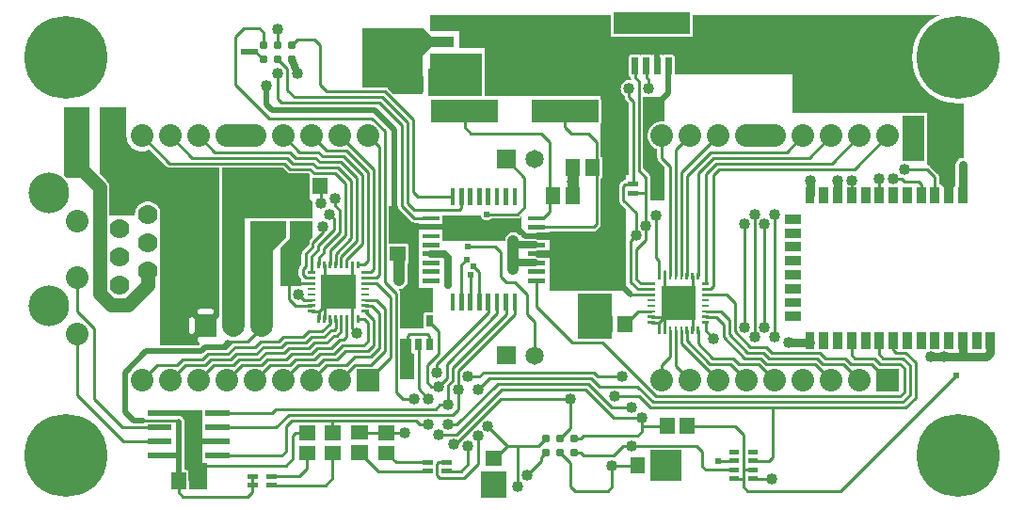
<source format=gbr>
G04 start of page 2 for group 0 idx 0 *
G04 Title: (unknown), component *
G04 Creator: pcb 20140316 *
G04 CreationDate: Wed 29 Apr 2020 12:19:48 AM GMT UTC *
G04 For: railfan *
G04 Format: Gerber/RS-274X *
G04 PCB-Dimensions (mil): 3500.00 1750.00 *
G04 PCB-Coordinate-Origin: lower left *
%MOIN*%
%FSLAX25Y25*%
%LNTOP*%
%ADD47C,0.1280*%
%ADD46C,0.0390*%
%ADD45C,0.0935*%
%ADD44C,0.0430*%
%ADD43C,0.0450*%
%ADD42C,0.0480*%
%ADD41C,0.1285*%
%ADD40C,0.0120*%
%ADD39C,0.0240*%
%ADD38R,0.0157X0.0157*%
%ADD37R,0.0630X0.0630*%
%ADD36R,0.0550X0.0550*%
%ADD35R,0.0945X0.0945*%
%ADD34R,0.0378X0.0378*%
%ADD33C,0.0310*%
%ADD32R,0.0240X0.0240*%
%ADD31R,0.0200X0.0200*%
%ADD30R,0.0091X0.0091*%
%ADD29R,0.0472X0.0472*%
%ADD28R,0.0787X0.0787*%
%ADD27R,0.0236X0.0236*%
%ADD26R,0.0167X0.0167*%
%ADD25R,0.0512X0.0512*%
%ADD24R,0.0330X0.0330*%
%ADD23C,0.1440*%
%ADD22C,0.0700*%
%ADD21C,0.0650*%
%ADD20C,0.0787*%
%ADD19C,0.2937*%
%ADD18C,0.0300*%
%ADD17C,0.0250*%
%ADD16C,0.0200*%
%ADD15C,0.0500*%
%ADD14C,0.0400*%
%ADD13C,0.0100*%
%ADD12C,0.0800*%
%ADD11C,0.0001*%
G54D11*G36*
X25500Y115500D02*X17500D01*
X16500Y116500D01*
Y140500D01*
X25500D01*
Y115500D01*
G37*
G36*
X29000Y116950D02*Y130000D01*
X38507D01*
X38551Y129437D01*
X38753Y128595D01*
X39084Y127795D01*
X39537Y127057D01*
X40099Y126399D01*
X40757Y125837D01*
X41495Y125384D01*
X42295Y125053D01*
X43137Y124851D01*
X44000Y124783D01*
X44863Y124851D01*
X45705Y125053D01*
X46505Y125384D01*
X46684Y125494D01*
X52698Y119481D01*
X52736Y119436D01*
X52915Y119283D01*
X52916Y119283D01*
X53117Y119159D01*
X53335Y119069D01*
X53565Y119014D01*
X53800Y118995D01*
X53859Y119000D01*
X70500D01*
Y101000D01*
X50249D01*
X50293Y101105D01*
X50458Y101794D01*
X50500Y102500D01*
X50458Y103206D01*
X50293Y103895D01*
X50022Y104549D01*
X49652Y105153D01*
X49192Y105692D01*
X48653Y106152D01*
X48049Y106522D01*
X47395Y106793D01*
X46706Y106958D01*
X46000Y107014D01*
X45294Y106958D01*
X44605Y106793D01*
X43951Y106522D01*
X43347Y106152D01*
X42808Y105692D01*
X42348Y105153D01*
X41978Y104549D01*
X41707Y103895D01*
X41542Y103206D01*
X41486Y102500D01*
X41525Y102000D01*
X36176D01*
X36000Y102014D01*
X35824Y102000D01*
X32500D01*
Y111863D01*
X32511Y112000D01*
X32468Y112549D01*
X32468Y112549D01*
X32339Y113085D01*
X32128Y113594D01*
X31840Y114064D01*
X31483Y114483D01*
X31378Y114572D01*
X29000Y116950D01*
G37*
G36*
Y126500D02*Y140500D01*
X38500D01*
Y130516D01*
X38483Y130300D01*
X38500Y130084D01*
Y126500D01*
X29000D01*
G37*
G36*
X100500Y77000D02*X99618D01*
X99500Y77009D01*
X99382Y77000D01*
X93000D01*
Y88500D01*
X100495D01*
X100500Y88441D01*
Y84621D01*
X99981Y84102D01*
X99936Y84064D01*
X99783Y83884D01*
X99659Y83683D01*
X99569Y83465D01*
X99514Y83235D01*
X99514Y83235D01*
X99495Y83000D01*
X99500Y82941D01*
Y81059D01*
X99495Y81000D01*
X99514Y80765D01*
X99514Y80765D01*
X99514Y80765D01*
X99514Y80765D01*
X99560Y80572D01*
X99569Y80535D01*
X99569Y80535D01*
X99569Y80535D01*
X99641Y80361D01*
X99659Y80317D01*
X99659Y80317D01*
X99659Y80317D01*
X99761Y80151D01*
X99783Y80116D01*
X99783Y80116D01*
X99783Y80116D01*
X99783Y80115D01*
X99936Y79936D01*
X99981Y79898D01*
X100500Y79379D01*
Y77000D01*
G37*
G36*
X70441Y65000D02*X67000D01*
Y66937D01*
X68437D01*
X68594Y66946D01*
X68747Y66983D01*
X68892Y67043D01*
X69027Y67125D01*
X69146Y67228D01*
X69249Y67347D01*
X69331Y67482D01*
X69391Y67627D01*
X69428Y67780D01*
X69440Y67937D01*
X69428Y68094D01*
X69391Y68247D01*
X69331Y68392D01*
X69249Y68527D01*
X69146Y68646D01*
X69027Y68749D01*
X68892Y68831D01*
X68747Y68891D01*
X68594Y68928D01*
X68437Y68937D01*
X67000D01*
Y119000D01*
X71500D01*
Y65935D01*
X71437Y65940D01*
X71280Y65928D01*
X71127Y65891D01*
X70982Y65831D01*
X70847Y65749D01*
X70728Y65646D01*
X70625Y65527D01*
X70543Y65392D01*
X70483Y65247D01*
X70446Y65094D01*
X70441Y65000D01*
G37*
G36*
X72500Y119000D02*X93879D01*
X94500Y118379D01*
Y101000D01*
X72500D01*
Y119000D01*
G37*
G36*
X90000D02*X93879D01*
X95398Y117481D01*
X95436Y117436D01*
X95616Y117283D01*
X95817Y117159D01*
X96035Y117069D01*
X96265Y117014D01*
X96500Y116995D01*
Y107000D01*
X90000D01*
Y119000D01*
G37*
G36*
X82500Y100000D02*X95000D01*
Y94500D01*
X90000Y89500D01*
X82500D01*
Y100000D01*
G37*
G36*
X66500Y110000D02*X70500D01*
Y65288D01*
X70483Y65247D01*
X70446Y65094D01*
X70437Y64937D01*
Y63000D01*
X66500D01*
Y66937D01*
X68437D01*
X68594Y66946D01*
X68747Y66983D01*
X68892Y67043D01*
X69027Y67125D01*
X69146Y67228D01*
X69249Y67347D01*
X69331Y67482D01*
X69391Y67627D01*
X69428Y67780D01*
X69440Y67937D01*
X69428Y68094D01*
X69391Y68247D01*
X69331Y68392D01*
X69249Y68527D01*
X69146Y68646D01*
X69027Y68749D01*
X68892Y68831D01*
X68747Y68891D01*
X68594Y68928D01*
X68437Y68937D01*
X66500D01*
Y110000D01*
G37*
G36*
X61563D02*X66500D01*
Y68937D01*
X64563D01*
X64406Y68928D01*
X64253Y68891D01*
X64108Y68831D01*
X63973Y68749D01*
X63854Y68646D01*
X63751Y68527D01*
X63669Y68392D01*
X63609Y68247D01*
X63572Y68094D01*
X63560Y67937D01*
X63572Y67780D01*
X63609Y67627D01*
X63669Y67482D01*
X63751Y67347D01*
X63854Y67228D01*
X63973Y67125D01*
X64108Y67043D01*
X64253Y66983D01*
X64406Y66946D01*
X64563Y66937D01*
X66500D01*
Y63000D01*
X64500D01*
Y59059D01*
X64406Y59054D01*
X64253Y59017D01*
X64108Y58957D01*
X63973Y58875D01*
X63854Y58772D01*
X63751Y58653D01*
X63669Y58518D01*
X63609Y58373D01*
X63572Y58220D01*
X63560Y58063D01*
X63572Y57906D01*
X63609Y57753D01*
X63669Y57608D01*
X63751Y57473D01*
X63854Y57354D01*
X63973Y57251D01*
X64108Y57169D01*
X64253Y57109D01*
X64406Y57072D01*
X64500Y57067D01*
Y56328D01*
X64172Y56000D01*
X61563D01*
Y60060D01*
X61720Y60072D01*
X61873Y60109D01*
X62018Y60169D01*
X62153Y60251D01*
X62272Y60354D01*
X62375Y60473D01*
X62457Y60608D01*
X62517Y60753D01*
X62554Y60906D01*
X62563Y61063D01*
Y64937D01*
X62554Y65094D01*
X62517Y65247D01*
X62457Y65392D01*
X62375Y65527D01*
X62272Y65646D01*
X62153Y65749D01*
X62018Y65831D01*
X61873Y65891D01*
X61720Y65928D01*
X61563Y65940D01*
Y110000D01*
G37*
G36*
X50500Y56000D02*Y110000D01*
X61563D01*
Y65940D01*
X61406Y65928D01*
X61253Y65891D01*
X61108Y65831D01*
X60973Y65749D01*
X60854Y65646D01*
X60751Y65527D01*
X60669Y65392D01*
X60609Y65247D01*
X60572Y65094D01*
X60563Y64937D01*
Y61063D01*
X60572Y60906D01*
X60609Y60753D01*
X60669Y60608D01*
X60751Y60473D01*
X60854Y60354D01*
X60973Y60251D01*
X61108Y60169D01*
X61253Y60109D01*
X61406Y60072D01*
X61563Y60060D01*
Y56000D01*
X50500D01*
G37*
G36*
X103500Y107000D02*X92500D01*
Y119000D01*
X93879D01*
X95398Y117481D01*
X95436Y117436D01*
X95616Y117283D01*
X95817Y117159D01*
X96035Y117069D01*
X96265Y117014D01*
X96500Y116995D01*
X96559Y117000D01*
X102879D01*
X103500Y116379D01*
Y115637D01*
X103493Y115609D01*
X103484Y115452D01*
X103493Y109391D01*
X103500Y109363D01*
Y107000D01*
G37*
G36*
Y101000D02*X90000D01*
Y108000D01*
X103500D01*
Y101000D01*
G37*
G36*
X93000Y87000D02*Y90500D01*
X96500Y94000D01*
Y100000D01*
X103500D01*
Y93331D01*
X103445Y93266D01*
X103338Y93092D01*
X103260Y92903D01*
X103212Y92704D01*
X103212Y92704D01*
X103196Y92500D01*
X103200Y92449D01*
Y91821D01*
X100981Y89602D01*
X100936Y89564D01*
X100783Y89384D01*
X100659Y89183D01*
X100569Y88965D01*
X100514Y88735D01*
X100514Y88735D01*
X100495Y88500D01*
X100500Y88441D01*
Y87000D01*
X93000D01*
G37*
G36*
X98000Y100000D02*X104500D01*
Y94338D01*
X103617Y93455D01*
X103578Y93422D01*
X103445Y93266D01*
X103338Y93092D01*
X103300Y93000D01*
X98000D01*
Y100000D01*
G37*
G36*
X101500Y101000D02*Y110000D01*
X104500Y107000D01*
Y106618D01*
X104491Y106500D01*
X104500Y106382D01*
Y101000D01*
X101500D01*
G37*
G36*
X210500Y58500D02*X207059D01*
X207000Y58505D01*
X206941Y58500D01*
X198500D01*
Y74500D01*
X210500D01*
Y58500D01*
G37*
G36*
X198500Y96000D02*X215500D01*
Y93059D01*
X215495Y93000D01*
X215500Y92941D01*
Y78559D01*
X215495Y78500D01*
X215500Y78441D01*
Y75500D01*
X198500D01*
Y96000D01*
G37*
G36*
X206500Y123000D02*X215500D01*
Y114731D01*
X215487Y114723D01*
X215367Y114621D01*
X215328Y114575D01*
X215133D01*
X215075Y114580D01*
X214840Y114561D01*
X214839Y114561D01*
X214839Y114561D01*
X214839Y114561D01*
X214719Y114532D01*
X214610Y114506D01*
X214610Y114506D01*
X214610Y114506D01*
X214503Y114462D01*
X214392Y114416D01*
X214392Y114416D01*
X214391Y114416D01*
X214291Y114354D01*
X214190Y114292D01*
X214190Y114292D01*
X214190Y114292D01*
X214189Y114291D01*
X214011Y114139D01*
X213972Y114094D01*
X213481Y113602D01*
X213436Y113564D01*
X213283Y113384D01*
X213283Y113384D01*
X213283Y113384D01*
X213234Y113306D01*
X213159Y113183D01*
X213159Y113183D01*
X213159Y113183D01*
X213132Y113116D01*
X213069Y112965D01*
X213069Y112965D01*
X213069Y112965D01*
X213054Y112904D01*
X213014Y112735D01*
X213014Y112735D01*
X213014Y112735D01*
X212995Y112500D01*
X213000Y112441D01*
Y107559D01*
X212995Y107500D01*
X213014Y107265D01*
X213069Y107035D01*
X213159Y106817D01*
X213283Y106616D01*
X213436Y106436D01*
X213481Y106398D01*
X215500Y104379D01*
Y93059D01*
X215495Y93000D01*
X215500Y92941D01*
Y91000D01*
X206500D01*
Y98941D01*
X206505Y99000D01*
X206500Y99059D01*
Y115130D01*
X206557Y115154D01*
X206692Y115236D01*
X206811Y115339D01*
X206914Y115458D01*
X206996Y115593D01*
X207056Y115738D01*
X207093Y115891D01*
X207102Y116048D01*
X207093Y122109D01*
X207056Y122262D01*
X206996Y122407D01*
X206914Y122542D01*
X206811Y122661D01*
X206692Y122764D01*
X206557Y122846D01*
X206500Y122870D01*
Y123000D01*
G37*
G36*
X188500Y75500D02*Y94000D01*
X203000D01*
Y75500D01*
X188500D01*
G37*
G36*
Y91500D02*Y96374D01*
X193374D01*
X193374Y96374D01*
X203815D01*
X203874Y96369D01*
X204109Y96388D01*
X204109Y96388D01*
X204339Y96443D01*
X204557Y96533D01*
X204758Y96657D01*
X204938Y96810D01*
X204976Y96855D01*
X206019Y97898D01*
X206064Y97936D01*
X206217Y98115D01*
X206217Y98116D01*
X206341Y98317D01*
X206431Y98535D01*
X206486Y98765D01*
X206505Y99000D01*
X206500Y99059D01*
Y99500D01*
X208000D01*
Y91500D01*
X188500D01*
G37*
G36*
X224000Y8000D02*Y19000D01*
X235000D01*
Y8000D01*
X224000D01*
G37*
G36*
X146000Y173000D02*X164500D01*
Y167500D01*
X146000D01*
Y173000D01*
G37*
G36*
X145500Y154000D02*X164500D01*
Y144500D01*
X145500D01*
Y154000D01*
G37*
G36*
X146000Y153000D02*Y159500D01*
X164500D01*
Y153000D01*
X146000D01*
G37*
G36*
X156500Y161500D02*Y173000D01*
X167500D01*
Y161500D01*
X156500D01*
G37*
G36*
X143500Y145000D02*X133121D01*
X131102Y147019D01*
X131064Y147064D01*
X130884Y147217D01*
X130683Y147341D01*
X130465Y147431D01*
X130235Y147486D01*
X130000Y147505D01*
X129941Y147500D01*
X122000D01*
Y168500D01*
X143500D01*
Y145000D01*
G37*
G36*
X211000Y166500D02*Y174000D01*
X238000D01*
Y166500D01*
X211000D01*
G37*
G36*
X206500Y150000D02*X216382D01*
X216029Y149972D01*
X215570Y149862D01*
X215134Y149681D01*
X214731Y149435D01*
X214372Y149128D01*
X214065Y148769D01*
X213819Y148366D01*
X213638Y147930D01*
X213528Y147471D01*
X213491Y147000D01*
X213528Y146529D01*
X213638Y146070D01*
X213819Y145634D01*
X214065Y145231D01*
X214372Y144872D01*
X214731Y144565D01*
X215000Y144401D01*
Y144059D01*
X214995Y144000D01*
X215014Y143765D01*
X215069Y143535D01*
X215159Y143317D01*
X215283Y143116D01*
X215436Y142936D01*
X215481Y142898D01*
X216500Y141879D01*
Y116500D01*
X207101D01*
X207093Y122109D01*
X207056Y122262D01*
X206996Y122407D01*
X206914Y122542D01*
X206811Y122661D01*
X206692Y122764D01*
X206557Y122846D01*
X206500Y122870D01*
Y127941D01*
X206505Y128000D01*
X206500Y128059D01*
Y134828D01*
X206519Y134906D01*
X206528Y135063D01*
X206519Y143094D01*
X206500Y143172D01*
Y150000D01*
G37*
G36*
X165500Y173000D02*X210000D01*
Y144500D01*
X165500D01*
Y173000D01*
G37*
G36*
X221500Y144000D02*X223382D01*
X223500Y143991D01*
X223618Y144000D01*
X228976D01*
X228987Y143987D01*
X229000Y143976D01*
Y135202D01*
X228785Y135254D01*
X228000Y135315D01*
X227215Y135254D01*
X226450Y135070D01*
X225723Y134769D01*
X225052Y134358D01*
X224454Y133846D01*
X223942Y133248D01*
X223531Y132577D01*
X223230Y131850D01*
X223046Y131085D01*
X222985Y130300D01*
X223046Y129515D01*
X223230Y128750D01*
X223531Y128023D01*
X223942Y127352D01*
X224454Y126754D01*
X225052Y126242D01*
X225723Y125831D01*
X226450Y125530D01*
X226500Y125518D01*
Y122559D01*
X226495Y122500D01*
X226514Y122265D01*
X226514Y122265D01*
Y122265D01*
X226520Y122238D01*
X226569Y122035D01*
X226569Y122035D01*
Y122035D01*
X226606Y121945D01*
X226659Y121817D01*
X226659Y121817D01*
X226659Y121817D01*
X226727Y121706D01*
X226783Y121616D01*
X226783Y121616D01*
X226783Y121616D01*
X226936Y121436D01*
X226981Y121398D01*
X229000Y119379D01*
Y107500D01*
X224000D01*
Y109866D01*
X224005Y109925D01*
X224000Y109984D01*
Y115441D01*
X224005Y115500D01*
X223986Y115735D01*
X223986Y115735D01*
X223931Y115965D01*
X223841Y116183D01*
X223717Y116384D01*
X223564Y116564D01*
X223519Y116602D01*
X221500Y118621D01*
Y144000D01*
G37*
G36*
X131500Y93000D02*Y98500D01*
X141500D01*
Y93000D01*
X131500D01*
G37*
G36*
X150500Y102000D02*X163858D01*
X163901Y101818D01*
X164034Y101498D01*
X164215Y101203D01*
X164440Y100940D01*
X164703Y100715D01*
X164998Y100534D01*
X165318Y100401D01*
X165655Y100320D01*
X166000Y100293D01*
X166345Y100320D01*
X166682Y100401D01*
X167002Y100534D01*
X167297Y100715D01*
X167560Y100940D01*
X167612Y101000D01*
X176941D01*
X177000Y100995D01*
X177235Y101014D01*
X177235Y101014D01*
X177465Y101069D01*
X177683Y101159D01*
X177884Y101283D01*
X178064Y101436D01*
X178102Y101481D01*
X178500Y101879D01*
Y96266D01*
X178357Y96144D01*
X178152Y95904D01*
X177988Y95636D01*
X177867Y95345D01*
X177794Y95039D01*
X177786Y94943D01*
X177628Y95128D01*
X177269Y95435D01*
X176866Y95681D01*
X176430Y95862D01*
X175971Y95972D01*
X175500Y96009D01*
X175029Y95972D01*
X174570Y95862D01*
X174134Y95681D01*
X173731Y95435D01*
X173372Y95128D01*
X173065Y94769D01*
X172819Y94366D01*
X172638Y93930D01*
X172528Y93471D01*
X172500Y93000D01*
X160420D01*
X160182Y93099D01*
X159845Y93180D01*
X159500Y93207D01*
X159155Y93180D01*
X158818Y93099D01*
X158580Y93000D01*
X150500D01*
Y102000D01*
G37*
G36*
X142000Y92000D02*X137637D01*
X137609Y92007D01*
X137452Y92016D01*
X131500Y92007D01*
Y105500D01*
X134495D01*
Y105500D01*
X134514Y105265D01*
X134569Y105035D01*
X134634Y104879D01*
X134659Y104817D01*
X134659Y104817D01*
X134659Y104817D01*
X134783Y104616D01*
X134783Y104615D01*
X134936Y104436D01*
X134981Y104398D01*
X139375Y100004D01*
X139413Y99959D01*
X139593Y99806D01*
X139593Y99806D01*
X139794Y99682D01*
X140012Y99592D01*
X140242Y99537D01*
X140477Y99518D01*
X140536Y99523D01*
X142000D01*
Y92000D01*
G37*
G36*
X135500Y44000D02*Y58500D01*
X139200D01*
X139214Y54265D01*
X139269Y54035D01*
X139359Y53817D01*
X139483Y53616D01*
X139636Y53436D01*
X139816Y53283D01*
X140017Y53159D01*
X140235Y53069D01*
X140400Y53029D01*
Y44000D01*
X135500D01*
G37*
G36*
X142000Y98500D02*Y62000D01*
X135500D01*
Y74441D01*
X135505Y74500D01*
X135486Y74735D01*
X135486Y74735D01*
X135431Y74965D01*
X135341Y75183D01*
X135217Y75384D01*
X135064Y75564D01*
X135019Y75602D01*
X135000Y75621D01*
Y75991D01*
X135471Y76028D01*
X135930Y76138D01*
X136366Y76319D01*
X136769Y76565D01*
X137128Y76872D01*
X137435Y77231D01*
X137681Y77634D01*
X137862Y78070D01*
X137972Y78529D01*
X138000Y79000D01*
Y85061D01*
X138042Y85086D01*
X138161Y85189D01*
X138264Y85308D01*
X138346Y85443D01*
X138406Y85588D01*
X138443Y85741D01*
X138452Y85898D01*
X138443Y91173D01*
X138406Y91326D01*
X138346Y91471D01*
X138264Y91606D01*
X138161Y91725D01*
X138042Y91828D01*
X137907Y91910D01*
X137762Y91970D01*
X137609Y92007D01*
X137452Y92016D01*
X135000Y92012D01*
Y99000D01*
X142000Y98500D01*
G37*
G36*
X140000Y62000D02*Y76500D01*
X147000D01*
Y67700D01*
X144443Y67691D01*
X144290Y67654D01*
X144145Y67594D01*
X144010Y67512D01*
X143891Y67409D01*
X143788Y67290D01*
X143706Y67155D01*
X143646Y67010D01*
X143609Y66857D01*
X143600Y66700D01*
X143609Y62543D01*
X143646Y62390D01*
X143706Y62245D01*
X143788Y62110D01*
X143883Y62000D01*
X140000D01*
G37*
G36*
X164000Y11500D02*X173000D01*
Y2000D01*
X164000D01*
Y11500D01*
G37*
G36*
X56000Y33000D02*X65500D01*
Y14500D01*
X67000D01*
Y5000D01*
X60513D01*
X60516Y5048D01*
X60507Y11109D01*
X60470Y11262D01*
X60410Y11407D01*
X60328Y11542D01*
X60225Y11661D01*
X60106Y11764D01*
X59971Y11846D01*
X59826Y11906D01*
X59673Y11943D01*
X59516Y11952D01*
X59000Y11951D01*
Y16922D01*
X59006Y17000D01*
X59000Y17078D01*
Y29000D01*
X58981Y29314D01*
X58908Y29620D01*
X58788Y29911D01*
X58623Y30179D01*
X58419Y30419D01*
X58179Y30623D01*
X57911Y30788D01*
X57620Y30908D01*
X57314Y30981D01*
X57000Y31006D01*
X56922Y31000D01*
X56000D01*
Y33000D01*
G37*
G36*
X239000Y173000D02*X326661D01*
X325584Y172554D01*
X323399Y171215D01*
X321450Y169550D01*
X319785Y167601D01*
X318446Y165416D01*
X317465Y163048D01*
X316867Y160555D01*
X316666Y158000D01*
X239000D01*
Y173000D01*
G37*
G36*
X274500Y148000D02*X320126D01*
X321450Y146450D01*
X323399Y144785D01*
X325584Y143446D01*
X327952Y142465D01*
X330445Y141867D01*
X332000Y141744D01*
Y138500D01*
X274500D01*
Y148000D01*
G37*
G36*
X206500Y165500D02*X318498D01*
X318446Y165416D01*
X317465Y163048D01*
X316867Y160555D01*
X316666Y158000D01*
X316867Y155445D01*
X317465Y152952D01*
X318446Y150584D01*
X319785Y148399D01*
X321450Y146450D01*
X323399Y144785D01*
X325584Y143446D01*
X327952Y142465D01*
X330445Y141867D01*
X332000Y141744D01*
Y138500D01*
X274500D01*
Y152000D01*
X232586D01*
X232577Y158208D01*
X232541Y158361D01*
X232480Y158506D01*
X232398Y158641D01*
X232296Y158760D01*
X232176Y158863D01*
X232042Y158945D01*
X231896Y159005D01*
X231743Y159042D01*
X231587Y159051D01*
X229068Y159042D01*
X228915Y159005D01*
X228769Y158945D01*
X228635Y158863D01*
X228515Y158760D01*
X228437Y158669D01*
X228359Y158760D01*
X228239Y158863D01*
X228105Y158945D01*
X227959Y159005D01*
X227806Y159042D01*
X227650Y159051D01*
X225131Y159042D01*
X224978Y159005D01*
X224832Y158945D01*
X224698Y158863D01*
X224578Y158760D01*
X224500Y158669D01*
X224422Y158760D01*
X224302Y158863D01*
X224168Y158945D01*
X224022Y159005D01*
X223869Y159042D01*
X223712Y159051D01*
X221194Y159042D01*
X221041Y159005D01*
X220895Y158945D01*
X220761Y158863D01*
X220641Y158760D01*
X220563Y158669D01*
X220485Y158760D01*
X220365Y158863D01*
X220231Y158945D01*
X220085Y159005D01*
X219932Y159042D01*
X219775Y159051D01*
X217257Y159042D01*
X217104Y159005D01*
X216958Y158945D01*
X216824Y158863D01*
X216704Y158760D01*
X216602Y158641D01*
X216520Y158506D01*
X216459Y158361D01*
X216423Y158208D01*
X216413Y158051D01*
X216423Y151792D01*
X216459Y151639D01*
X216520Y151494D01*
X216602Y151359D01*
X216704Y151240D01*
X216824Y151137D01*
X216958Y151055D01*
X217094Y150999D01*
Y150964D01*
X217090Y150906D01*
X217108Y150670D01*
X217164Y150441D01*
X217254Y150222D01*
X217377Y150021D01*
X217531Y149842D01*
X217575Y149803D01*
X217578Y149801D01*
X217430Y149862D01*
X216971Y149972D01*
X216500Y150009D01*
X216029Y149972D01*
X215570Y149862D01*
X215134Y149681D01*
X214731Y149435D01*
X214372Y149128D01*
X214065Y148769D01*
X213819Y148366D01*
X213638Y147930D01*
X213528Y147471D01*
X213491Y147000D01*
X213528Y146529D01*
X213638Y146070D01*
X213819Y145634D01*
X214065Y145231D01*
X214372Y144872D01*
X214731Y144565D01*
X215000Y144401D01*
Y144059D01*
X214995Y144000D01*
X215014Y143765D01*
X215069Y143535D01*
X215159Y143317D01*
X215283Y143116D01*
X215436Y142936D01*
X215481Y142898D01*
X216500Y141879D01*
Y138500D01*
X206524D01*
X206519Y143094D01*
X206500Y143172D01*
Y165500D01*
G37*
G36*
X322000Y142000D02*X329890D01*
X330445Y141867D01*
X333000Y141666D01*
X335000Y141823D01*
Y122480D01*
X334646Y122508D01*
X334254Y122477D01*
X333871Y122385D01*
X333508Y122234D01*
X333172Y122029D01*
X332873Y121773D01*
X332617Y121474D01*
X332412Y121138D01*
X332261Y120775D01*
X332169Y120392D01*
X332146Y120000D01*
Y116854D01*
X332146Y116854D01*
Y114500D01*
X332146Y114500D01*
Y113000D01*
X326980D01*
X326908Y113044D01*
X326763Y113104D01*
X326610Y113141D01*
X326453Y113150D01*
X326303Y113150D01*
Y115638D01*
X326308Y115697D01*
X326289Y115932D01*
X326289Y115932D01*
X326234Y116162D01*
X326144Y116380D01*
X326020Y116581D01*
X325867Y116761D01*
X325822Y116799D01*
X323102Y119519D01*
X323064Y119564D01*
X322884Y119717D01*
X322683Y119841D01*
X322465Y119931D01*
X322235Y119986D01*
X322000Y120005D01*
X322000D01*
Y142000D01*
G37*
G36*
X327000Y114000D02*X332146D01*
Y112698D01*
X329724Y110276D01*
X327271Y112729D01*
X327265Y112740D01*
X327162Y112859D01*
X327043Y112962D01*
X327032Y112968D01*
X327000Y113000D01*
Y114000D01*
G37*
G36*
X313500Y137500D02*X321000D01*
Y121500D01*
X314118D01*
X314000Y121509D01*
X313882Y121500D01*
X313500D01*
Y137500D01*
G37*
G54D12*X74000Y130300D02*X84000D01*
G54D13*X96500Y124500D02*X69800D01*
X64000Y130300D01*
X95500Y122500D02*X61800D01*
G54D14*X21000Y120000D02*Y119500D01*
G54D15*X29000Y112000D02*X21000Y120000D01*
G54D13*X61800Y122500D02*X54000Y130300D01*
X53800Y120500D02*X44000Y130300D01*
X96500Y118500D02*X94500Y120500D01*
X53800D01*
X106000Y119000D02*X104500Y120500D01*
X105000Y117000D02*X103500Y118500D01*
X106500Y90000D02*X103953Y87453D01*
Y81890D01*
X106500Y90000D02*Y91500D01*
X102000Y88500D02*X104500Y91000D01*
Y92500D01*
X101000Y81000D02*X102079Y79921D01*
X103953D01*
Y77953D02*X97000D01*
X101000Y81000D02*Y83000D01*
G54D12*X86500Y63000D02*Y93500D01*
X76500Y63000D02*Y111500D01*
G54D13*X103953Y70079D02*X98421D01*
X96000Y72500D01*
Y79500D01*
X101000Y83000D02*X102000Y84000D01*
Y88500D01*
X114500Y129800D02*X114000Y130300D01*
X93500Y142000D02*X128000D01*
X125500Y136500D02*X89000D01*
X92000Y157500D02*X95500Y154000D01*
X92000Y168000D02*Y162500D01*
Y152500D02*Y143500D01*
X95500Y154000D02*Y146500D01*
X92000Y143500D02*X93500Y142000D01*
X95500Y146500D02*X98000Y144000D01*
G54D16*X88000Y148000D02*Y141500D01*
X90000Y139500D01*
G54D13*X107000Y162500D02*X105000Y164500D01*
X99000D01*
X97000Y162500D01*
X107000Y148500D02*Y162500D01*
G54D17*X99000Y152500D02*X97000Y157500D01*
G54D13*X98000Y144000D02*X129000D01*
X130000Y146000D02*X109500D01*
X107000Y148500D01*
G54D16*X126500Y139500D02*X90000D01*
G54D13*X89000Y136500D02*X77000Y148500D01*
X87000Y157500D02*X84000Y160000D01*
X80000Y168500D02*X85500D01*
X87000Y167000D01*
Y162500D01*
X77000Y148500D02*Y165500D01*
X80000Y168500D01*
G54D16*Y160000D02*X84000D01*
G54D13*X129000Y144000D02*X138000Y135000D01*
X140000Y136000D02*X130000Y146000D01*
G54D16*X133500Y101000D02*Y132500D01*
G54D13*X128000Y142000D02*X136000Y134000D01*
G54D16*X133500Y132500D02*X126500Y139500D01*
G54D13*X130000Y132000D02*X125500Y136500D01*
X136000Y134000D02*Y105500D01*
X138000Y135000D02*Y106500D01*
X140000Y110500D02*Y136000D01*
X140477Y101023D02*X136000Y105500D01*
G54D14*X135000Y88457D02*Y79000D01*
G54D13*X132000Y73000D02*X127047Y77953D01*
X123047D01*
X130000Y78500D02*X134000Y74500D01*
X99800Y124500D02*X94000Y130300D01*
X98500Y122500D02*X96500Y124500D01*
X97500Y120500D02*X95500Y122500D01*
X103500Y118500D02*X96500D01*
X128000Y126300D02*X124000Y130300D01*
X114000D02*X126000Y118300D01*
X104000Y130300D02*X109300Y125000D01*
X108500Y89000D02*X106610Y87110D01*
Y84547D01*
X114484D02*Y87484D01*
X116453Y84547D02*Y86453D01*
X122000Y92000D01*
X114484Y87484D02*X120000Y93000D01*
X112516Y84547D02*Y88516D01*
X110547Y84547D02*Y89547D01*
X112516Y88516D02*X118000Y94000D01*
X110547Y89547D02*X116000Y95000D01*
X108500Y90500D02*X114000Y96000D01*
X106500Y91500D02*X112000Y97000D01*
X104500Y92500D02*X108000Y96000D01*
Y98000D01*
X108500Y89000D02*Y90500D01*
X124000Y86000D02*Y117500D01*
X122000Y92000D02*Y116500D01*
X120000Y93000D02*Y115500D01*
X118000Y94000D02*Y114500D01*
X116000Y95000D02*Y113500D01*
X118000Y114500D02*X113500Y119000D01*
X116000Y113500D02*X112500Y117000D01*
X114000Y96000D02*Y104000D01*
X112500Y105500D01*
Y108000D01*
X107500Y106500D02*Y112500D01*
X112000Y97000D02*Y101000D01*
X110500Y102500D01*
X106500Y124500D02*X99800D01*
X106500D02*X108000Y123000D01*
X105500Y122500D02*X98500D01*
X104500Y120500D02*X97500D01*
X103500Y118500D02*X102000D01*
X116500Y125000D02*X124000Y117500D01*
X115500Y123000D02*X122000Y116500D01*
X120000Y115500D02*X114500Y121000D01*
X107000D01*
X105500Y122500D01*
X109300Y125000D02*X116500D01*
X108000Y123000D02*X115500D01*
X113500Y119000D02*X106000D01*
X112500Y117000D02*X105000D01*
X50250Y22000D02*X37500D01*
X37000Y27000D02*X50250D01*
G54D16*X41000Y29500D02*X38000Y32500D01*
X41000Y29500D02*X44500D01*
G54D13*X37500Y22000D02*X21000Y38500D01*
Y60000D01*
X27000Y62000D02*Y37000D01*
X37000Y27000D01*
G54D16*X38000Y32500D02*Y46500D01*
X45500Y54000D01*
G54D13*X44000Y43700D02*X49300Y49000D01*
G54D16*X45500Y54000D02*X65000D01*
G54D13*X54000Y43700D02*X59300Y49000D01*
X66500D01*
X49300D02*X56500D01*
X58500Y51000D01*
X65500D01*
X44500Y29500D02*X57000D01*
X21000Y80000D02*Y68000D01*
X27000Y62000D01*
G54D15*X29000Y74500D02*X33000Y70500D01*
X29000Y74500D02*Y112000D01*
X33000Y70500D02*X39000D01*
X46000Y77500D01*
Y82500D01*
G54D13*X104000Y43700D02*X109300Y49000D01*
X116500D01*
X119500Y52000D01*
X125000D01*
X124000Y43700D02*X132000Y51700D01*
X99300Y49000D02*X106500D01*
X108500Y51000D01*
X113000D01*
X132000Y73000D02*Y51700D01*
X138000Y59200D02*Y56500D01*
Y59200D02*X138800Y60000D01*
X136500Y37000D02*X134000Y39500D01*
Y74500D02*Y39500D01*
X94000Y43700D02*X99300Y49000D01*
X79300D02*X86500D01*
X88500Y51000D01*
X95000D01*
X97000Y53000D02*X95000Y51000D01*
X78500D02*X85500D01*
X88000Y53500D01*
X84500Y53000D02*X87000Y55500D01*
X86000Y57500D02*X84000Y55500D01*
X86500Y62500D02*X81500Y57500D01*
X88000Y53500D02*X94500D01*
X87000Y55500D02*X93500D01*
X77000D02*X84000D01*
X81500Y57500D02*X74500D01*
X74000Y43700D02*X79300Y49000D01*
X76500D02*X78500Y51000D01*
X75500D02*X77500Y53000D01*
X64000Y43700D02*X69300Y49000D01*
X76500D01*
X66500D02*X68500Y51000D01*
X75500D01*
X65500D02*X67500Y53000D01*
X74500D01*
G54D16*X73000Y55500D02*X66500D01*
G54D13*X72000Y55000D02*X73500D01*
G54D16*X66500Y55500D02*X65000Y54000D01*
X74500Y57000D02*X73000Y55500D01*
G54D13*X76000Y57500D02*X73500Y55000D01*
X74500Y53000D02*X77000Y55500D01*
X77500Y53000D02*X84500D01*
X90000Y32000D02*X70750D01*
Y27000D02*X91500D01*
X64043Y13500D02*X95000D01*
X89848Y9575D02*X99575D01*
X102500Y12500D01*
X89848Y6425D02*X108925D01*
X95000Y13500D02*X97500Y16000D01*
X102500Y12500D02*Y17957D01*
X108925Y6425D02*X111500Y9000D01*
Y17914D01*
X83000Y4000D02*Y9423D01*
X81500Y2500D02*X83000Y4000D01*
X81500Y2500D02*X58500D01*
X57000Y4000D01*
Y8000D01*
X93500Y17000D02*X70750D01*
X104000Y43700D02*X104700D01*
X105000Y51000D02*X98500D01*
X99000D02*X98500D01*
X104000Y43700D02*Y44000D01*
X84000Y43700D02*X89300Y49000D01*
X96500D01*
X97750Y50250D01*
X98500Y51000D02*X96800Y49300D01*
G54D16*X57000Y29000D02*Y8000D01*
X70750Y22000D02*X62000D01*
G54D13*X97500Y16000D02*Y24000D01*
X93500Y17000D02*X95000Y18500D01*
Y27500D01*
X97000Y29500D01*
X91500Y27000D02*X96000Y31500D01*
Y55000D02*X94500Y53500D01*
X95000Y57000D02*X93500Y55500D01*
X94000Y59000D02*X92500Y57500D01*
X86000D01*
G54D16*X50250Y32000D02*X63500D01*
X50250Y17000D02*X57000D01*
G54D13*X118421Y65453D02*Y70079D01*
X120390Y65453D02*X122547D01*
X124000Y64000D01*
X124200Y43500D02*X124000Y43700D01*
Y64000D02*Y57500D01*
X122500Y56000D01*
X118500D01*
X118421Y65421D02*Y62079D01*
X120000Y60500D01*
X116000Y54000D02*X113000Y51000D01*
X119000Y56000D02*X115000D01*
X112000Y53000D01*
X116453Y59547D02*Y58953D01*
X115500Y58000D01*
X114000D01*
X118421Y84547D02*Y79921D01*
X108579Y84547D02*Y79921D01*
X118421Y70079D02*X108579Y79921D01*
X108453Y69953D02*X110000Y71500D01*
X116453Y65453D02*Y59453D01*
X114484Y65453D02*Y60984D01*
Y61016D02*Y60984D01*
X112516Y65453D02*Y62016D01*
X114000Y58000D02*X111000Y55000D01*
X112000Y59500D02*X109500Y57000D01*
X111000Y61500D02*X108500Y59000D01*
X114484Y60984D02*X113000Y59500D01*
X112000D01*
X112516Y62016D02*X112000Y61500D01*
X111000D01*
X110547Y65453D02*Y63647D01*
X107800Y60900D01*
X108579Y70079D02*X118421Y79921D01*
X112000Y53000D02*X107000D01*
X105000Y51000D01*
X111000Y55000D02*X106000D01*
X109500Y57000D02*X105000D01*
X106000Y55000D02*X104000Y53000D01*
X97000D01*
X103000Y55000D02*X96000D01*
X102000Y57000D02*X95000D01*
X101000Y59000D02*X94000D01*
X105000Y57000D02*X103000Y55000D01*
X108500Y59000D02*X104000D01*
X102000Y57000D01*
X107800Y60900D02*X103700D01*
X104400D02*X102900D01*
X101000Y59000D01*
X188500Y110457D02*X188543Y110500D01*
G54D14*X196543Y109000D02*Y118914D01*
G54D13*X196457Y119000D01*
X173000Y122000D02*X179500Y115500D01*
Y105000D02*Y115500D01*
X188500Y110457D02*Y103500D01*
X192000Y97874D02*X203874D01*
X205000Y99000D01*
G54D16*X183779Y94725D02*X179775D01*
X176626Y97874D02*X179775Y94725D01*
G54D13*X177000Y102500D02*X179500Y105000D01*
X188500Y103500D02*X186000Y101000D01*
X185500Y131000D02*X160500D01*
X196000D02*X202000D01*
X205000Y99000D02*Y128000D01*
X202000Y131000D01*
X130000Y78500D02*Y132000D01*
G54D16*X136626Y97874D02*X133500Y101000D01*
G54D13*X128000Y81000D02*Y126300D01*
X126000Y83000D02*Y118300D01*
X138000Y106500D02*X140500Y104000D01*
X141721Y108779D02*X140000Y110500D01*
X140500Y104000D02*X156500D01*
X153976Y108779D02*X141721D01*
G54D16*X136626Y97874D02*X172626D01*
G54D13*X140477Y101023D02*X146221D01*
X156500Y104000D02*X157126Y104626D01*
Y108779D01*
Y84626D02*X159000Y86500D01*
X163425Y82075D02*X161500Y84000D01*
X177000Y102500D02*X166000D01*
X169000Y91000D02*X159500D01*
X108579Y65453D02*X108579D01*
X106547Y68047D02*X109000Y70500D01*
X108547Y65453D02*Y70047D01*
X106610Y65453D02*Y67984D01*
X106547Y68047D01*
X116000Y54000D02*X124000D01*
X119300Y49000D02*X114000Y43700D01*
X124000Y54000D02*X126000Y56000D01*
X125000Y52000D02*X128000Y55000D01*
X130000Y54000D02*X125000Y49000D01*
X119300D01*
X126000Y65157D02*X123047Y68110D01*
Y70079D02*X125421D01*
X128000Y67500D01*
Y62000D01*
X130000Y69000D02*Y62500D01*
X126000Y56000D02*Y65157D01*
X128000Y55000D02*Y64000D01*
X130000Y54000D02*Y65000D01*
X97500Y24000D02*X98500Y25000D01*
X121000Y25086D02*X136986D01*
X137000Y25100D01*
X98500Y25000D02*X102457D01*
X102500Y25043D01*
X97000Y29500D02*X119000D01*
X111500D02*Y25000D01*
X96000Y31500D02*X116000D01*
X117000Y29500D02*X137500D01*
X148000Y33500D02*X91500D01*
X90000Y32000D01*
X142500Y28000D02*X145500D01*
X127575Y11425D02*X121000Y18000D01*
X133882Y14575D02*X130500Y17957D01*
X145152Y14575D02*X133882D01*
X145152Y11425D02*X127575D01*
X159500Y14000D02*X156925Y11425D01*
X151848D01*
X156000Y47000D02*Y33500D01*
X154000Y31500D01*
X149000Y41500D02*X149250Y41750D01*
X152500Y35000D02*X149500D01*
X148000Y33500D01*
X115000Y31500D02*X154000D01*
X141000Y29500D02*X142500Y28000D01*
X145000Y49000D02*Y43000D01*
X146500Y41500D01*
X149000D01*
X141900Y40600D02*X145500Y37000D01*
X140500D02*X136500D01*
X195750Y6000D02*X197250Y4500D01*
X177000Y6000D02*Y20500D01*
X173500D02*X169043Y16043D01*
X149500Y9000D02*X148500Y10000D01*
Y14000D01*
X149075Y14575D01*
X151848D01*
X176024Y67024D02*X156000Y47000D01*
X154000Y48000D02*X172874Y66874D01*
X152000Y49500D02*X169725Y67225D01*
X166575Y67575D02*X148500Y49500D01*
Y46500D01*
X145000Y49000D02*X149000Y53000D01*
X141900Y56500D02*Y40600D01*
X123047Y72047D02*X126953D01*
X130000Y69000D01*
X108547Y70047D02*X113500Y75000D01*
X103953Y72047D02*X101453D01*
X99500Y74000D01*
X103953Y68110D02*X106547D01*
X123047Y79921D02*X126921D01*
X128000Y81000D01*
X123047Y81890D02*X124890D01*
X126000Y83000D01*
X120390Y84547D02*X122547D01*
X124000Y86000D01*
X160276Y71221D02*Y81000D01*
G54D17*X152500Y87000D02*Y77500D01*
G54D13*X157126Y71221D02*Y84626D01*
X163425Y71221D02*Y82075D01*
G54D17*X175925Y91575D02*X175500Y92000D01*
X175724Y85276D02*X175500Y85500D01*
X146221Y88425D02*X151075D01*
X152500Y87000D01*
G54D14*X175500Y93000D02*Y83000D01*
G54D13*X171000Y80500D02*Y89000D01*
X169000Y91000D01*
X173000Y78500D02*X171000Y80500D01*
X176000Y78500D02*X173000D01*
X169725Y67225D02*Y71221D01*
X166575D02*Y67575D01*
X145800Y56500D02*Y59200D01*
X145000Y60000D01*
X138800D02*X145000D01*
X149000Y53000D02*Y61000D01*
X146000Y64000D01*
X183779Y97874D02*X193374D01*
X183000Y64500D02*Y52500D01*
X183779Y78977D02*Y69721D01*
X196500Y57000D02*X183779Y69721D01*
X180500Y67000D02*X183000Y64500D01*
X180500Y67000D02*Y74000D01*
X176000Y78500D01*
X176024Y71221D02*Y67024D01*
X172874Y66874D02*Y71221D01*
G54D17*X184400Y88400D02*X194500D01*
X183000Y85300D02*X175600D01*
X183000Y91600D02*X175500D01*
G54D13*X238921Y61453D02*Y66079D01*
X243547Y64110D02*Y61453D01*
X240890Y56610D02*Y61453D01*
X236953Y57547D02*Y61453D01*
X238921Y66079D02*X234000Y71000D01*
X229079Y66079D02*X238921Y75921D01*
X229079D02*X233950Y71050D01*
X229079Y66079D02*X234000Y71000D01*
X243547Y61453D02*X246500Y58500D01*
X246000Y51500D02*X240890Y56610D01*
X245000Y49500D02*X236953Y57547D01*
X234984Y56716D02*Y61453D01*
X238921Y80547D02*Y75921D01*
X229079Y80547D02*Y75921D01*
Y79921D02*Y82421D01*
X219000Y90000D02*Y79500D01*
X227110Y85890D02*Y80547D01*
X219000Y79500D02*X220610Y77890D01*
X224453D01*
Y73953D02*X217047D01*
G54D16*X212000Y79000D01*
G54D13*X224453Y75921D02*X219579D01*
X217000Y78500D01*
Y93000D01*
X219000Y95000D01*
X231047Y52047D02*X228000Y49000D01*
X245000Y49500D02*X252200D01*
X246000Y51500D02*X253500D01*
X255500Y49500D01*
X265000D02*X263000Y51500D01*
X257500D01*
X233016Y48684D02*X238000Y43700D01*
X252200Y49500D02*X258000Y43700D01*
X255500Y49500D02*X262200D01*
X248000Y43700D02*X234984Y56716D01*
X266000Y51500D02*X264000Y53500D01*
X267000D02*X265000Y55500D01*
X259500D01*
X264000Y53500D02*X258500D01*
X222500Y93500D02*X219000Y90000D01*
X226000Y102000D02*Y87000D01*
X227110Y85890D01*
X219000Y95000D02*Y103000D01*
X214500Y107500D02*X219000Y103000D01*
X222500Y93500D02*Y115500D01*
X246500Y77000D02*Y116500D01*
X243547Y77890D02*Y116547D01*
X247500Y120500D01*
X233016Y80547D02*Y125316D01*
X234984Y80547D02*Y117284D01*
X236953Y80547D02*Y115953D01*
X240890Y80547D02*Y116890D01*
X246500Y122500D01*
X231047Y119453D02*X228000Y122500D01*
X231047Y80547D02*Y119453D01*
X257500Y99000D02*Y62500D01*
X261000Y59000D02*Y102500D01*
X264500Y99000D02*Y62500D01*
X259500Y55500D02*X254000Y61000D01*
Y71000D01*
X258500Y53500D02*X252000Y60000D01*
Y65000D01*
X257500Y51500D02*X250000Y59000D01*
Y63500D01*
X252000Y65000D02*X248953Y68047D01*
X254000Y71000D02*X251047Y73953D01*
X250000Y63500D02*X247421Y66079D01*
X243547D01*
X248953Y68047D02*X243547D01*
X246500Y77000D02*X245421Y75921D01*
X243547D01*
X251047Y73953D02*X243547D01*
X262200Y49500D02*X268000Y43700D01*
X282200Y49500D02*X265000D01*
X285000D02*X283000Y51500D01*
X286000D02*X284000Y53500D01*
X283000Y51500D02*X266000D01*
X284000Y53500D02*X267000D01*
G54D18*X273000Y57000D02*X280512D01*
G54D13*X268000Y59000D02*Y102500D01*
X288000Y43700D02*X282200Y49500D01*
X298000Y43700D02*X292200Y49500D01*
X285000D01*
X308000Y43700D02*X302200Y49500D01*
X295000D01*
X312500D02*X314000Y48000D01*
X295000Y49500D02*X293000Y51500D01*
X295276Y57701D02*Y52724D01*
X296500Y51500D01*
X293000D02*X286000D01*
X296500D02*X303500D01*
X305500Y49500D01*
X312500D01*
X306500Y51500D02*X313500D01*
X316000Y49000D01*
X305118Y57701D02*Y52882D01*
X306500Y51500D01*
X310039Y57701D02*Y54461D01*
X311000Y53500D01*
X314500D01*
X318000Y50000D01*
G54D18*X334646Y57701D02*Y52000D01*
G54D13*X314000Y48000D02*Y39500D01*
X312500Y38000D01*
X316000Y49000D02*Y38500D01*
X313500Y36000D01*
X318000Y50000D02*Y37500D01*
X314500Y34000D01*
G54D18*X280512Y109299D02*Y114500D01*
X290354Y109299D02*Y114500D01*
G54D13*X295276Y109299D02*Y114500D01*
X305118Y109299D02*Y115000D01*
X319882Y109299D02*Y113118D01*
X319000Y114000D01*
X314000D01*
X313000Y115000D01*
X310000D01*
X324803Y109299D02*Y115697D01*
G54D18*X329724Y109299D02*Y115000D01*
X334646Y109299D02*Y120000D01*
Y114500D02*Y116854D01*
G54D13*X324803Y115697D02*X322000Y118500D01*
X314000D01*
X248500D02*X296200D01*
X314500Y34000D02*X224000D01*
X313500Y36000D02*X225000D01*
X312500Y38000D02*X226000D01*
X227110Y64110D02*X231000Y68000D01*
X224453Y68047D02*X219590D01*
X215043Y63500D01*
X229079Y61453D02*Y66079D01*
X224453D02*X229079D01*
X228953Y61453D02*X229079Y61579D01*
X227110Y61453D02*Y64110D01*
X224453D02*X227110D01*
X231047Y61453D02*Y52047D01*
X233016Y61453D02*Y48684D01*
X228000Y49000D02*Y43700D01*
X224000Y34000D02*X220000Y38000D01*
X225000Y36000D02*X219500Y41500D01*
X221000Y30500D02*Y25500D01*
X219500Y24000D01*
X217500Y34000D02*X210500D01*
X221000Y30500D02*X211000D01*
X201000Y40500D01*
X210500Y34000D02*X202000Y42500D01*
X226000Y38000D02*X207000Y57000D01*
X220000Y38000D02*X211500D01*
X219500Y41500D02*X206000D01*
X207000Y57000D02*X196500D01*
X206000Y41500D02*X203000Y44500D01*
X214000Y45000D02*X205500D01*
X204000Y46500D01*
X240500Y20500D02*X214500D01*
X197250Y4500D02*X209000D01*
X210500Y6000D01*
X267500Y34000D02*Y16500D01*
X266075Y15075D01*
X260348D01*
X257000Y6000D02*Y24500D01*
X254000Y27500D01*
X260348Y11925D02*X257000D01*
X253652Y15075D02*X248000D01*
X240500Y20500D02*X242500Y18500D01*
X254000Y27500D02*X237043D01*
X242500Y18500D02*Y13000D01*
X243575Y11925D01*
X253652D01*
X260348Y8776D02*X267000D01*
X258500Y4500D02*X257000Y6000D01*
X253652Y8776D02*X257000D01*
X258500Y4500D02*X284224D01*
X284000D02*X291500D01*
X332500Y45500D01*
G54D18*X344488Y57701D02*Y53488D01*
X343000Y52000D01*
X323500D01*
G54D12*X258000Y130300D02*X268000D01*
G54D13*X228000Y122500D02*Y130300D01*
X233016Y125316D02*X238000Y130300D01*
X234984Y117284D02*X248000Y130300D01*
X236953Y115953D02*X245500Y124500D01*
X214500Y107500D02*Y112500D01*
X215075Y113075D01*
X217848D01*
Y109925D02*X222500D01*
Y115500D02*X220000Y118000D01*
X245500Y124500D02*X272200D01*
X246500Y122500D02*X280200D01*
X247500Y120500D02*X288200D01*
X272200Y124500D02*X278000Y130300D01*
X280200Y122500D02*X288000Y130300D01*
X288200Y120500D02*X298000Y130300D01*
X296200Y118500D02*X308000Y130300D01*
X248500Y118500D02*X246500Y116500D01*
X188500Y110000D02*Y128000D01*
X185500Y131000D01*
G54D17*X184500Y94800D02*X206900D01*
G54D13*X158283Y139000D02*Y133217D01*
X160500Y131000D01*
X193717Y139000D02*Y133283D01*
X196000Y131000D01*
X218594Y150906D02*Y155000D01*
G54D16*X226469D02*Y161000D01*
G54D13*X222531Y155000D02*Y150969D01*
X220000Y118000D02*Y149500D01*
X218000Y142500D02*Y113075D01*
X220000Y149500D02*X218594Y150906D01*
X222531Y150969D02*X223500Y150000D01*
Y147000D01*
G54D16*X230406Y155000D02*Y145406D01*
X226000Y141000D01*
G54D13*X216500Y147000D02*Y144000D01*
X218000Y142500D01*
X197000Y23000D02*X199500D01*
X197000Y18000D02*X199500D01*
X200500Y17000D01*
X229957Y27500D02*X221000D01*
X199500Y23000D02*X200500Y24000D01*
X195750Y37000D02*Y26750D01*
X192000Y23000D01*
X195750Y6000D02*Y14250D01*
X192000Y18000D01*
X200500Y24000D02*X219500D01*
X200500Y17000D02*X211000D01*
X214500Y20500D02*X211000Y17000D01*
X210500Y13500D02*Y6000D01*
Y13500D02*X219414D01*
X187000Y18000D02*X185500Y16500D01*
X187000Y23000D02*X184500Y20500D01*
X185500Y16500D02*Y15000D01*
X180500Y10000D01*
X204000Y46500D02*X165000D01*
X203000Y44500D02*X167000D01*
X202000Y42500D02*X170000D01*
X201000Y40500D02*X171500D01*
X195750Y37000D02*X171000D01*
X184500Y20500D02*X173500D01*
X165000Y46500D02*X163500Y45000D01*
X167000Y44500D02*X163000Y40500D01*
X163500Y45000D02*X159500D01*
X154000Y48000D02*Y43500D01*
X152500Y42000D01*
X152000Y49500D02*Y44500D01*
X149000Y41500D01*
X170000Y42500D02*X155500Y28000D01*
Y24500D02*X171500Y40500D01*
X171000Y37000D02*X155000Y21000D01*
X152500Y42000D02*Y35000D01*
X136500Y29500D02*X141000D01*
X155500Y28000D02*X152500D01*
X149000Y24500D02*X155500D01*
X173500Y20500D02*X166500Y27500D01*
X159500Y14000D02*Y20500D01*
X163000Y24000D02*Y14000D01*
X158000Y9000D01*
X149500D01*
G54D19*X17000Y17000D03*
G54D12*X21000Y60000D03*
G54D11*G36*
X120000Y47700D02*Y39700D01*
X128000D01*
Y47700D01*
X120000D01*
G37*
G54D12*X114000Y43700D03*
X104000D03*
X94000D03*
X84000D03*
X74000D03*
X64000D03*
X54000D03*
X44000D03*
G54D20*X86500Y63000D03*
X76500D03*
G54D11*G36*
X62563Y66937D02*Y59063D01*
X70437D01*
Y66937D01*
X62563D01*
G37*
G54D19*X333000Y17000D03*
G54D11*G36*
X304000Y47700D02*Y39700D01*
X312000D01*
Y47700D01*
X304000D01*
G37*
G54D12*X298000Y43700D03*
X288000D03*
X278000D03*
X268000D03*
G54D11*G36*
X169750Y55750D02*Y49250D01*
X176250D01*
Y55750D01*
X169750D01*
G37*
G54D21*X183000Y52500D03*
G54D12*X258000Y43700D03*
X248000D03*
X238000D03*
X228000D03*
G54D11*G36*
X169750Y125250D02*Y118750D01*
X176250D01*
Y125250D01*
X169750D01*
G37*
G54D21*X183000Y122000D03*
G54D19*X333000Y158000D03*
G54D12*X308000Y130300D03*
X298000D03*
X288000D03*
X278000D03*
X268000D03*
X258000D03*
X248000D03*
X238000D03*
X228000D03*
X124000D03*
X114000D03*
X104000D03*
X94000D03*
X84000D03*
X74000D03*
X64000D03*
X54000D03*
X44000D03*
G54D22*X46000Y102500D03*
X36000Y97500D03*
X46000Y92500D03*
Y82500D03*
X36000Y87500D03*
Y77500D03*
G54D19*X17000Y158000D03*
G54D12*X21000Y80000D03*
Y120000D03*
Y100000D03*
G54D23*X11000Y110000D03*
Y70000D03*
G54D24*X334646Y110500D02*Y108098D01*
X329724Y110500D02*Y108098D01*
X324803Y110500D02*Y108098D01*
X319882Y110500D02*Y108098D01*
X314961Y110500D02*Y108098D01*
X310039Y110500D02*Y108098D01*
X305118Y110500D02*Y108098D01*
G54D25*X324543Y124893D02*Y124107D01*
X317457Y124893D02*Y124107D01*
X324543Y134893D02*Y134107D01*
X317457Y134893D02*Y134107D01*
G54D24*X300197Y110500D02*Y108098D01*
X295276Y110500D02*Y108098D01*
X290354Y110500D02*Y108098D01*
X285433Y110500D02*Y108098D01*
X280512Y110500D02*Y108098D01*
X273252Y100724D02*X275650D01*
X273252Y95803D02*X275650D01*
X273252Y90882D02*X275650D01*
X273252Y85961D02*X275650D01*
X273252Y81039D02*X275650D01*
X273252Y76118D02*X275650D01*
X273252Y71197D02*X275650D01*
X273252Y66276D02*X275650D01*
X280512Y58902D02*Y56500D01*
X285433Y58902D02*Y56500D01*
X290354Y58902D02*Y56500D01*
X295276Y58902D02*Y56500D01*
X300197Y58902D02*Y56500D01*
X305118Y58902D02*Y56500D01*
X310039Y58902D02*Y56500D01*
X314961Y58902D02*Y56500D01*
X319882Y58902D02*Y56500D01*
X324803Y58902D02*Y56500D01*
X329724Y58902D02*Y56500D01*
X334646Y58902D02*Y56500D01*
X339567Y58902D02*Y56500D01*
X344488Y58902D02*Y56500D01*
G54D25*X189457Y109393D02*Y108607D01*
X196543Y109393D02*Y108607D01*
X203543Y119393D02*Y118607D01*
X196457Y119393D02*Y118607D01*
G54D26*X216913Y109925D02*X218783D01*
X210217D02*X212087D01*
X216913Y113075D02*X218783D01*
X210217D02*X212087D01*
G54D27*X230406Y156870D02*Y153130D01*
X226469Y156870D02*Y153130D01*
X222531Y156870D02*Y153130D01*
X218594Y156870D02*Y153130D01*
G54D28*X185843Y139000D02*X201591D01*
G54D25*X207107Y78543D02*X207893D01*
X207107Y71457D02*X207893D01*
X207957Y63893D02*Y63107D01*
X215043Y63893D02*Y63107D01*
G54D29*X213476Y171437D02*Y169075D01*
G54D30*X242720Y66079D02*X244374D01*
X242720Y68047D02*X244374D01*
X242720Y70016D02*X244374D01*
X242720Y71984D02*X244374D01*
X242720Y73953D02*X244374D01*
X242720Y75921D02*X244374D01*
X242720Y77890D02*X244374D01*
X240890Y81374D02*Y79720D01*
G54D29*X235524Y171437D02*Y169075D01*
G54D25*X56957Y8393D02*Y7607D01*
X64043Y8393D02*Y7607D01*
G54D31*X67500Y17000D02*X74000D01*
X67500Y22000D02*X74000D01*
X67500Y27000D02*X74000D01*
X67500Y32000D02*X74000D01*
X47000D02*X53500D01*
X47000Y27000D02*X53500D01*
X47000Y22000D02*X53500D01*
X47000Y17000D02*X53500D01*
G54D26*X88913Y6425D02*X90783D01*
X88913Y9575D02*X90783D01*
X82217D02*X84087D01*
X82217Y6425D02*X84087D01*
G54D25*X130107Y25043D02*X130893D01*
X130107Y17957D02*X130893D01*
X111107Y25000D02*X111893D01*
X111107Y17914D02*X111893D01*
X102107Y25043D02*X102893D01*
X102107Y17957D02*X102893D01*
X120607Y25086D02*X121393D01*
X120607Y18000D02*X121393D01*
G54D30*X106610Y66280D02*Y64626D01*
X108579Y66280D02*Y64626D01*
X110547Y66280D02*Y64626D01*
X112516Y66280D02*Y64626D01*
X114484Y66280D02*Y64626D01*
X116453Y66280D02*Y64626D01*
X118421Y66280D02*Y64626D01*
X120390Y66280D02*Y64626D01*
X122220Y68110D02*X123874D01*
X103126D02*X104780D01*
G54D32*X138000Y57300D02*Y55700D01*
X141900Y57300D02*Y55700D01*
X145800Y57300D02*Y55700D01*
G54D30*X122220Y70079D02*X123874D01*
X122220Y72047D02*X123874D01*
X122220Y74016D02*X123874D01*
X122220Y75984D02*X123874D01*
X122220Y77953D02*X123874D01*
X122220Y79921D02*X123874D01*
X122220Y81890D02*X123874D01*
X120390Y85374D02*Y83720D01*
X118421Y85374D02*Y83720D01*
X116453Y85374D02*Y83720D01*
X114484Y85374D02*Y83720D01*
X112516Y85374D02*Y83720D01*
G54D11*G36*
X109563Y78937D02*Y71063D01*
X117437D01*
Y78937D01*
X109563D01*
G37*
G36*
X107397Y81102D02*Y68898D01*
X119603D01*
Y81102D01*
X107397D01*
G37*
G54D30*X110547Y85374D02*Y83720D01*
X108579Y85374D02*Y83720D01*
X106610Y85374D02*Y83720D01*
X103126Y81890D02*X104780D01*
X103126Y79921D02*X104780D01*
X103126Y77953D02*X104780D01*
X103126Y75984D02*X104780D01*
X103126Y74016D02*X104780D01*
X103126Y72047D02*X104780D01*
X103126Y70079D02*X104780D01*
G54D33*X97000Y162500D03*
Y157500D03*
X92000Y162500D03*
Y157500D03*
X87000Y162500D03*
Y157500D03*
G54D25*X161107Y164043D02*X161893D01*
G54D34*X140674Y163500D02*X152484D01*
G54D35*X137050D02*X138940D01*
G54D11*G36*
X142245Y160195D02*X145085Y163035D01*
X146505Y161615D01*
X143665Y158775D01*
X142245Y160195D01*
G37*
G36*
X143665Y168225D02*X146505Y165385D01*
X145085Y163965D01*
X142245Y166805D01*
X143665Y168225D01*
G37*
G54D36*X33000Y137000D02*Y135000D01*
G54D28*X150409Y139000D02*X166157D01*
G54D25*X140957Y148893D02*Y148107D01*
X148043Y148893D02*Y148107D01*
G54D34*X148390Y157594D02*X152484D01*
G54D25*X161107Y156957D02*X161893D01*
G54D34*X148390Y169406D02*X152484D01*
G54D36*X20000Y137000D02*Y135000D01*
G54D37*X57008Y104500D02*X63307D01*
X76693D02*X82992D01*
G54D25*X91607Y96957D02*X92393D01*
X91607Y104043D02*X92393D01*
X99957Y112893D02*Y112107D01*
X107043Y112893D02*Y112107D01*
X101107Y96957D02*X101893D01*
X101107Y104043D02*X101893D01*
G54D38*X166575Y110992D02*Y106566D01*
X163425Y110992D02*Y106566D01*
X160275Y110992D02*Y106566D01*
X157126Y110992D02*Y106566D01*
X153976Y110992D02*Y106566D01*
X144008Y101023D02*X148434D01*
X144008Y97874D02*X148434D01*
X144008Y94724D02*X148434D01*
G54D25*X134107Y95543D02*X134893D01*
G54D38*X144008Y91575D02*X148434D01*
G54D25*X134107Y88457D02*X134893D01*
G54D38*X144008Y88425D02*X148434D01*
X144008Y85275D02*X148434D01*
X144008Y82126D02*X148434D01*
X144008Y78976D02*X148434D01*
G54D32*X145800Y65500D02*Y63900D01*
X138000Y65500D02*Y63900D01*
G54D38*X153977Y73434D02*Y69008D01*
X157126Y73434D02*Y69008D01*
X160276Y73434D02*Y69008D01*
X163425Y73434D02*Y69008D01*
X166575Y73434D02*Y69008D01*
G54D25*X226543Y13893D02*Y13107D01*
X219457Y13893D02*Y13107D01*
G54D26*X252717Y18224D02*X254587D01*
X259413D02*X261283D01*
X252717Y15075D02*X254587D01*
X259413D02*X261283D01*
X252717Y11925D02*X254587D01*
X252717Y8776D02*X254587D01*
X259413D02*X261283D01*
X259413Y11925D02*X261283D01*
G54D25*X229957Y27893D02*Y27107D01*
X237043Y27893D02*Y27107D01*
G54D33*X197000Y23000D03*
Y18000D03*
X192000Y23000D03*
Y18000D03*
X187000Y23000D03*
Y18000D03*
G54D25*X168107Y16043D02*X168893D01*
X168107Y8957D02*X168893D01*
G54D26*X144217Y14575D02*X146087D01*
X144217Y11425D02*X146087D01*
X150913D02*X152783D01*
X150913Y14575D02*X152783D01*
G54D30*X227110Y62280D02*Y60626D01*
X229079Y62280D02*Y60626D01*
X231047Y62280D02*Y60626D01*
X233016Y62280D02*Y60626D01*
X234984Y62280D02*Y60626D01*
X236953Y62280D02*Y60626D01*
X238921Y62280D02*Y60626D01*
X240890Y62280D02*Y60626D01*
X242720Y64110D02*X244374D01*
X223626D02*X225280D01*
X238921Y81374D02*Y79720D01*
X236953Y81374D02*Y79720D01*
X234984Y81374D02*Y79720D01*
X233016Y81374D02*Y79720D01*
G54D11*G36*
X230063Y74937D02*Y67063D01*
X237937D01*
Y74937D01*
X230063D01*
G37*
G36*
X227898Y77102D02*Y64898D01*
X240102D01*
Y77102D01*
X227898D01*
G37*
G54D30*X231047Y81374D02*Y79720D01*
X229079Y81374D02*Y79720D01*
X227110Y81374D02*Y79720D01*
X223626Y77890D02*X225280D01*
X223626Y75921D02*X225280D01*
X223626Y73953D02*X225280D01*
X223626Y71984D02*X225280D01*
X223626Y70016D02*X225280D01*
X223626Y68047D02*X225280D01*
X223626Y66079D02*X225280D01*
G54D38*X181566Y78977D02*X185992D01*
X181566Y82126D02*X185992D01*
X181566Y85276D02*X185992D01*
X181566Y88425D02*X185992D01*
X169725Y73434D02*Y69008D01*
X172874Y73434D02*Y69008D01*
X176024Y73434D02*Y69008D01*
X181566Y91575D02*X185992D01*
X181566Y94725D02*X185992D01*
X181566Y97874D02*X185992D01*
X181566Y101024D02*X185992D01*
X176023Y110992D02*Y106566D01*
X172874Y110992D02*Y106566D01*
X169724Y110992D02*Y106566D01*
G54D14*X201500Y71500D03*
Y66500D03*
Y61500D03*
X195750Y37000D03*
X231000Y68000D03*
X237000D03*
X246500Y58500D03*
X221000Y30500D03*
X214000Y45000D03*
X217500Y34000D03*
X211500Y38000D03*
X280512Y114500D03*
X290354D03*
X295276D03*
X305118Y115000D03*
X310000D03*
X268000Y102500D03*
X264500Y99000D03*
X261000Y102500D03*
X257500Y99000D03*
X273000Y57000D03*
X257500Y62500D03*
X261000Y59000D03*
X264500Y62500D03*
X268000Y59000D03*
G54D39*X332500Y45500D03*
G54D14*X328000Y52000D03*
X323500D03*
X231000Y74000D03*
X237000D03*
X216500Y147000D03*
X223500D03*
X222500Y98500D03*
X226000Y102000D03*
X219000Y95000D03*
X226500Y114500D03*
X196500Y114000D03*
X226500Y110000D03*
X314000Y118500D03*
G54D39*X315500Y129500D03*
X319000D03*
G54D14*X329724Y115000D03*
G54D39*X334646Y120000D03*
Y116854D03*
G54D14*X292000Y149500D03*
X297000D03*
X302000D03*
X307000D03*
X312000D03*
Y159500D03*
Y164500D03*
Y169500D03*
X292000Y164500D03*
Y169500D03*
X297000Y164500D03*
Y169500D03*
X302000Y164500D03*
Y169500D03*
X307000Y164500D03*
Y169500D03*
X217500Y20500D03*
X210500Y13500D03*
X232000Y11000D03*
Y16000D03*
X267000Y8776D03*
G54D39*X248000Y15075D03*
G54D14*X180500Y10000D03*
X177000Y6000D03*
G54D39*X170500Y4500D03*
X166500D03*
G54D14*X92000Y168000D03*
Y152500D03*
X99000D03*
X130500Y157000D03*
X135000Y154000D03*
Y148000D03*
X125500Y157000D03*
Y151000D03*
X155500Y152000D03*
Y147000D03*
X160500D03*
Y152000D03*
X88000Y148000D03*
G54D39*X84000Y160000D03*
X80000D03*
G54D14*X193000Y170000D03*
Y165000D03*
Y160000D03*
Y155000D03*
X198000Y170000D03*
X203000D03*
X198000Y165000D03*
X203000D03*
X198000Y160000D03*
X203000D03*
X198000Y155000D03*
X203000D03*
X130500Y151000D03*
X135000Y83500D03*
Y79000D03*
X112500Y108000D03*
X110500Y102500D03*
X108000Y98000D03*
X110500Y72000D03*
Y78000D03*
X99500Y74000D03*
X96500Y84000D03*
X86000Y96500D03*
X94500Y115000D03*
Y110500D03*
X107500Y106500D03*
X86000Y91500D03*
Y86500D03*
Y81500D03*
Y76500D03*
X76500D03*
Y81500D03*
Y86500D03*
Y91500D03*
Y96500D03*
X78500Y115000D03*
Y110500D03*
X175500Y83000D03*
Y93000D03*
Y88000D03*
G54D39*X166000Y102500D03*
X160276Y81000D03*
X161500Y84000D03*
X159000Y86500D03*
X159500Y91000D03*
X152500Y81000D03*
Y77500D03*
X140000Y93000D03*
Y96500D03*
G54D14*X120000Y60500D03*
X116500Y78000D03*
Y72000D03*
X163000Y40500D03*
X166500Y27500D03*
X163000Y24000D03*
X159500Y20500D03*
X154500Y21000D03*
X159500Y45000D03*
X156000Y40500D03*
X137000Y25100D03*
X152500Y28000D03*
X149000Y24500D03*
X145500Y28000D03*
X152500Y35000D03*
X149000Y41500D03*
X148500Y46500D03*
X145500Y37000D03*
X140500D03*
X138000Y51000D03*
Y46500D03*
X62000Y29500D03*
Y24500D03*
Y19500D03*
G54D16*G54D40*G54D16*G54D40*G54D16*G54D40*G54D16*G54D40*G54D16*G54D40*G54D16*G54D40*G54D16*G54D40*G54D16*G54D41*G54D42*G54D43*G54D41*G54D42*G54D44*G54D45*G54D46*G54D42*G54D44*G54D41*G54D42*G54D46*G54D42*G54D46*G54D42*G54D46*G54D42*G54D18*G54D41*G54D42*G54D47*M02*

</source>
